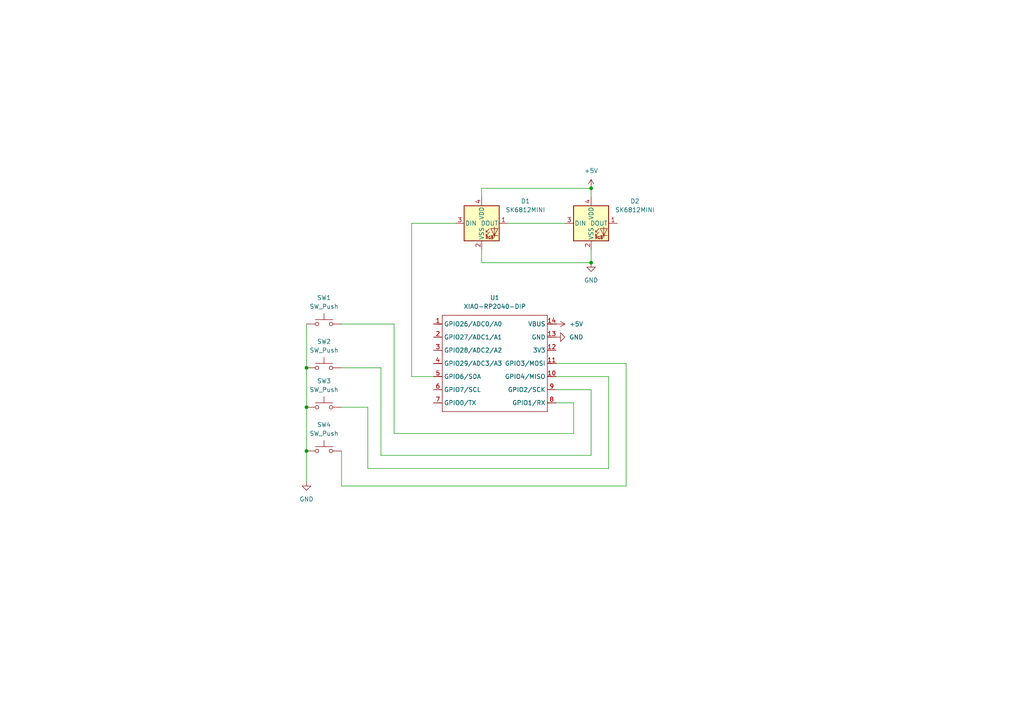
<source format=kicad_sch>
(kicad_sch
	(version 20250114)
	(generator "eeschema")
	(generator_version "9.0")
	(uuid "06406053-f62f-4a6f-b042-48e295649e70")
	(paper "A4")
	(lib_symbols
		(symbol "LED:SK6812MINI"
			(pin_names
				(offset 0.254)
			)
			(exclude_from_sim no)
			(in_bom yes)
			(on_board yes)
			(property "Reference" "D"
				(at 5.08 5.715 0)
				(effects
					(font
						(size 1.27 1.27)
					)
					(justify right bottom)
				)
			)
			(property "Value" "SK6812MINI"
				(at 1.27 -5.715 0)
				(effects
					(font
						(size 1.27 1.27)
					)
					(justify left top)
				)
			)
			(property "Footprint" "LED_SMD:LED_SK6812MINI_PLCC4_3.5x3.5mm_P1.75mm"
				(at 1.27 -7.62 0)
				(effects
					(font
						(size 1.27 1.27)
					)
					(justify left top)
					(hide yes)
				)
			)
			(property "Datasheet" "https://cdn-shop.adafruit.com/product-files/2686/SK6812MINI_REV.01-1-2.pdf"
				(at 2.54 -9.525 0)
				(effects
					(font
						(size 1.27 1.27)
					)
					(justify left top)
					(hide yes)
				)
			)
			(property "Description" "RGB LED with integrated controller"
				(at 0 0 0)
				(effects
					(font
						(size 1.27 1.27)
					)
					(hide yes)
				)
			)
			(property "ki_keywords" "RGB LED NeoPixel Mini addressable"
				(at 0 0 0)
				(effects
					(font
						(size 1.27 1.27)
					)
					(hide yes)
				)
			)
			(property "ki_fp_filters" "LED*SK6812MINI*PLCC*3.5x3.5mm*P1.75mm*"
				(at 0 0 0)
				(effects
					(font
						(size 1.27 1.27)
					)
					(hide yes)
				)
			)
			(symbol "SK6812MINI_0_0"
				(text "RGB"
					(at 2.286 -4.191 0)
					(effects
						(font
							(size 0.762 0.762)
						)
					)
				)
			)
			(symbol "SK6812MINI_0_1"
				(polyline
					(pts
						(xy 1.27 -2.54) (xy 1.778 -2.54)
					)
					(stroke
						(width 0)
						(type default)
					)
					(fill
						(type none)
					)
				)
				(polyline
					(pts
						(xy 1.27 -3.556) (xy 1.778 -3.556)
					)
					(stroke
						(width 0)
						(type default)
					)
					(fill
						(type none)
					)
				)
				(polyline
					(pts
						(xy 2.286 -1.524) (xy 1.27 -2.54) (xy 1.27 -2.032)
					)
					(stroke
						(width 0)
						(type default)
					)
					(fill
						(type none)
					)
				)
				(polyline
					(pts
						(xy 2.286 -2.54) (xy 1.27 -3.556) (xy 1.27 -3.048)
					)
					(stroke
						(width 0)
						(type default)
					)
					(fill
						(type none)
					)
				)
				(polyline
					(pts
						(xy 3.683 -1.016) (xy 3.683 -3.556) (xy 3.683 -4.064)
					)
					(stroke
						(width 0)
						(type default)
					)
					(fill
						(type none)
					)
				)
				(polyline
					(pts
						(xy 4.699 -1.524) (xy 2.667 -1.524) (xy 3.683 -3.556) (xy 4.699 -1.524)
					)
					(stroke
						(width 0)
						(type default)
					)
					(fill
						(type none)
					)
				)
				(polyline
					(pts
						(xy 4.699 -3.556) (xy 2.667 -3.556)
					)
					(stroke
						(width 0)
						(type default)
					)
					(fill
						(type none)
					)
				)
				(rectangle
					(start 5.08 5.08)
					(end -5.08 -5.08)
					(stroke
						(width 0.254)
						(type default)
					)
					(fill
						(type background)
					)
				)
			)
			(symbol "SK6812MINI_1_1"
				(pin input line
					(at -7.62 0 0)
					(length 2.54)
					(name "DIN"
						(effects
							(font
								(size 1.27 1.27)
							)
						)
					)
					(number "3"
						(effects
							(font
								(size 1.27 1.27)
							)
						)
					)
				)
				(pin power_in line
					(at 0 7.62 270)
					(length 2.54)
					(name "VDD"
						(effects
							(font
								(size 1.27 1.27)
							)
						)
					)
					(number "4"
						(effects
							(font
								(size 1.27 1.27)
							)
						)
					)
				)
				(pin power_in line
					(at 0 -7.62 90)
					(length 2.54)
					(name "VSS"
						(effects
							(font
								(size 1.27 1.27)
							)
						)
					)
					(number "2"
						(effects
							(font
								(size 1.27 1.27)
							)
						)
					)
				)
				(pin output line
					(at 7.62 0 180)
					(length 2.54)
					(name "DOUT"
						(effects
							(font
								(size 1.27 1.27)
							)
						)
					)
					(number "1"
						(effects
							(font
								(size 1.27 1.27)
							)
						)
					)
				)
			)
			(embedded_fonts no)
		)
		(symbol "OPL:XIAO-RP2040-DIP"
			(exclude_from_sim no)
			(in_bom yes)
			(on_board yes)
			(property "Reference" "U"
				(at 0 0 0)
				(effects
					(font
						(size 1.27 1.27)
					)
				)
			)
			(property "Value" "XIAO-RP2040-DIP"
				(at 5.334 -1.778 0)
				(effects
					(font
						(size 1.27 1.27)
					)
				)
			)
			(property "Footprint" "Module:MOUDLE14P-XIAO-DIP-SMD"
				(at 14.478 -32.258 0)
				(effects
					(font
						(size 1.27 1.27)
					)
					(hide yes)
				)
			)
			(property "Datasheet" ""
				(at 0 0 0)
				(effects
					(font
						(size 1.27 1.27)
					)
					(hide yes)
				)
			)
			(property "Description" ""
				(at 0 0 0)
				(effects
					(font
						(size 1.27 1.27)
					)
					(hide yes)
				)
			)
			(symbol "XIAO-RP2040-DIP_1_0"
				(polyline
					(pts
						(xy -1.27 -2.54) (xy 29.21 -2.54)
					)
					(stroke
						(width 0.1524)
						(type solid)
					)
					(fill
						(type none)
					)
				)
				(polyline
					(pts
						(xy -1.27 -5.08) (xy -2.54 -5.08)
					)
					(stroke
						(width 0.1524)
						(type solid)
					)
					(fill
						(type none)
					)
				)
				(polyline
					(pts
						(xy -1.27 -5.08) (xy -1.27 -2.54)
					)
					(stroke
						(width 0.1524)
						(type solid)
					)
					(fill
						(type none)
					)
				)
				(polyline
					(pts
						(xy -1.27 -8.89) (xy -2.54 -8.89)
					)
					(stroke
						(width 0.1524)
						(type solid)
					)
					(fill
						(type none)
					)
				)
				(polyline
					(pts
						(xy -1.27 -8.89) (xy -1.27 -5.08)
					)
					(stroke
						(width 0.1524)
						(type solid)
					)
					(fill
						(type none)
					)
				)
				(polyline
					(pts
						(xy -1.27 -12.7) (xy -2.54 -12.7)
					)
					(stroke
						(width 0.1524)
						(type solid)
					)
					(fill
						(type none)
					)
				)
				(polyline
					(pts
						(xy -1.27 -12.7) (xy -1.27 -8.89)
					)
					(stroke
						(width 0.1524)
						(type solid)
					)
					(fill
						(type none)
					)
				)
				(polyline
					(pts
						(xy -1.27 -16.51) (xy -2.54 -16.51)
					)
					(stroke
						(width 0.1524)
						(type solid)
					)
					(fill
						(type none)
					)
				)
				(polyline
					(pts
						(xy -1.27 -16.51) (xy -1.27 -12.7)
					)
					(stroke
						(width 0.1524)
						(type solid)
					)
					(fill
						(type none)
					)
				)
				(polyline
					(pts
						(xy -1.27 -20.32) (xy -2.54 -20.32)
					)
					(stroke
						(width 0.1524)
						(type solid)
					)
					(fill
						(type none)
					)
				)
				(polyline
					(pts
						(xy -1.27 -24.13) (xy -2.54 -24.13)
					)
					(stroke
						(width 0.1524)
						(type solid)
					)
					(fill
						(type none)
					)
				)
				(polyline
					(pts
						(xy -1.27 -27.94) (xy -2.54 -27.94)
					)
					(stroke
						(width 0.1524)
						(type solid)
					)
					(fill
						(type none)
					)
				)
				(polyline
					(pts
						(xy -1.27 -30.48) (xy -1.27 -16.51)
					)
					(stroke
						(width 0.1524)
						(type solid)
					)
					(fill
						(type none)
					)
				)
				(polyline
					(pts
						(xy 29.21 -2.54) (xy 29.21 -5.08)
					)
					(stroke
						(width 0.1524)
						(type solid)
					)
					(fill
						(type none)
					)
				)
				(polyline
					(pts
						(xy 29.21 -5.08) (xy 29.21 -8.89)
					)
					(stroke
						(width 0.1524)
						(type solid)
					)
					(fill
						(type none)
					)
				)
				(polyline
					(pts
						(xy 29.21 -8.89) (xy 29.21 -12.7)
					)
					(stroke
						(width 0.1524)
						(type solid)
					)
					(fill
						(type none)
					)
				)
				(polyline
					(pts
						(xy 29.21 -12.7) (xy 29.21 -30.48)
					)
					(stroke
						(width 0.1524)
						(type solid)
					)
					(fill
						(type none)
					)
				)
				(polyline
					(pts
						(xy 29.21 -30.48) (xy -1.27 -30.48)
					)
					(stroke
						(width 0.1524)
						(type solid)
					)
					(fill
						(type none)
					)
				)
				(polyline
					(pts
						(xy 30.48 -5.08) (xy 29.21 -5.08)
					)
					(stroke
						(width 0.1524)
						(type solid)
					)
					(fill
						(type none)
					)
				)
				(polyline
					(pts
						(xy 30.48 -8.89) (xy 29.21 -8.89)
					)
					(stroke
						(width 0.1524)
						(type solid)
					)
					(fill
						(type none)
					)
				)
				(polyline
					(pts
						(xy 30.48 -12.7) (xy 29.21 -12.7)
					)
					(stroke
						(width 0.1524)
						(type solid)
					)
					(fill
						(type none)
					)
				)
				(polyline
					(pts
						(xy 30.48 -16.51) (xy 29.21 -16.51)
					)
					(stroke
						(width 0.1524)
						(type solid)
					)
					(fill
						(type none)
					)
				)
				(polyline
					(pts
						(xy 30.48 -20.32) (xy 29.21 -20.32)
					)
					(stroke
						(width 0.1524)
						(type solid)
					)
					(fill
						(type none)
					)
				)
				(polyline
					(pts
						(xy 30.48 -24.13) (xy 29.21 -24.13)
					)
					(stroke
						(width 0.1524)
						(type solid)
					)
					(fill
						(type none)
					)
				)
				(polyline
					(pts
						(xy 30.48 -27.94) (xy 29.21 -27.94)
					)
					(stroke
						(width 0.1524)
						(type solid)
					)
					(fill
						(type none)
					)
				)
				(pin passive line
					(at -3.81 -5.08 0)
					(length 2.54)
					(name "GPIO26/ADC0/A0"
						(effects
							(font
								(size 1.27 1.27)
							)
						)
					)
					(number "1"
						(effects
							(font
								(size 1.27 1.27)
							)
						)
					)
				)
				(pin passive line
					(at -3.81 -8.89 0)
					(length 2.54)
					(name "GPIO27/ADC1/A1"
						(effects
							(font
								(size 1.27 1.27)
							)
						)
					)
					(number "2"
						(effects
							(font
								(size 1.27 1.27)
							)
						)
					)
				)
				(pin passive line
					(at -3.81 -12.7 0)
					(length 2.54)
					(name "GPIO28/ADC2/A2"
						(effects
							(font
								(size 1.27 1.27)
							)
						)
					)
					(number "3"
						(effects
							(font
								(size 1.27 1.27)
							)
						)
					)
				)
				(pin passive line
					(at -3.81 -16.51 0)
					(length 2.54)
					(name "GPIO29/ADC3/A3"
						(effects
							(font
								(size 1.27 1.27)
							)
						)
					)
					(number "4"
						(effects
							(font
								(size 1.27 1.27)
							)
						)
					)
				)
				(pin passive line
					(at -3.81 -20.32 0)
					(length 2.54)
					(name "GPIO6/SDA"
						(effects
							(font
								(size 1.27 1.27)
							)
						)
					)
					(number "5"
						(effects
							(font
								(size 1.27 1.27)
							)
						)
					)
				)
				(pin passive line
					(at -3.81 -24.13 0)
					(length 2.54)
					(name "GPIO7/SCL"
						(effects
							(font
								(size 1.27 1.27)
							)
						)
					)
					(number "6"
						(effects
							(font
								(size 1.27 1.27)
							)
						)
					)
				)
				(pin passive line
					(at -3.81 -27.94 0)
					(length 2.54)
					(name "GPIO0/TX"
						(effects
							(font
								(size 1.27 1.27)
							)
						)
					)
					(number "7"
						(effects
							(font
								(size 1.27 1.27)
							)
						)
					)
				)
				(pin passive line
					(at 31.75 -5.08 180)
					(length 2.54)
					(name "VBUS"
						(effects
							(font
								(size 1.27 1.27)
							)
						)
					)
					(number "14"
						(effects
							(font
								(size 1.27 1.27)
							)
						)
					)
				)
				(pin passive line
					(at 31.75 -8.89 180)
					(length 2.54)
					(name "GND"
						(effects
							(font
								(size 1.27 1.27)
							)
						)
					)
					(number "13"
						(effects
							(font
								(size 1.27 1.27)
							)
						)
					)
				)
				(pin passive line
					(at 31.75 -12.7 180)
					(length 2.54)
					(name "3V3"
						(effects
							(font
								(size 1.27 1.27)
							)
						)
					)
					(number "12"
						(effects
							(font
								(size 1.27 1.27)
							)
						)
					)
				)
				(pin passive line
					(at 31.75 -16.51 180)
					(length 2.54)
					(name "GPIO3/MOSI"
						(effects
							(font
								(size 1.27 1.27)
							)
						)
					)
					(number "11"
						(effects
							(font
								(size 1.27 1.27)
							)
						)
					)
				)
				(pin passive line
					(at 31.75 -20.32 180)
					(length 2.54)
					(name "GPIO4/MISO"
						(effects
							(font
								(size 1.27 1.27)
							)
						)
					)
					(number "10"
						(effects
							(font
								(size 1.27 1.27)
							)
						)
					)
				)
				(pin passive line
					(at 31.75 -24.13 180)
					(length 2.54)
					(name "GPIO2/SCK"
						(effects
							(font
								(size 1.27 1.27)
							)
						)
					)
					(number "9"
						(effects
							(font
								(size 1.27 1.27)
							)
						)
					)
				)
				(pin passive line
					(at 31.75 -27.94 180)
					(length 2.54)
					(name "GPIO1/RX"
						(effects
							(font
								(size 1.27 1.27)
							)
						)
					)
					(number "8"
						(effects
							(font
								(size 1.27 1.27)
							)
						)
					)
				)
			)
			(embedded_fonts no)
		)
		(symbol "Switch:SW_Push"
			(pin_numbers
				(hide yes)
			)
			(pin_names
				(offset 1.016)
				(hide yes)
			)
			(exclude_from_sim no)
			(in_bom yes)
			(on_board yes)
			(property "Reference" "SW"
				(at 1.27 2.54 0)
				(effects
					(font
						(size 1.27 1.27)
					)
					(justify left)
				)
			)
			(property "Value" "SW_Push"
				(at 0 -1.524 0)
				(effects
					(font
						(size 1.27 1.27)
					)
				)
			)
			(property "Footprint" ""
				(at 0 5.08 0)
				(effects
					(font
						(size 1.27 1.27)
					)
					(hide yes)
				)
			)
			(property "Datasheet" "~"
				(at 0 5.08 0)
				(effects
					(font
						(size 1.27 1.27)
					)
					(hide yes)
				)
			)
			(property "Description" "Push button switch, generic, two pins"
				(at 0 0 0)
				(effects
					(font
						(size 1.27 1.27)
					)
					(hide yes)
				)
			)
			(property "ki_keywords" "switch normally-open pushbutton push-button"
				(at 0 0 0)
				(effects
					(font
						(size 1.27 1.27)
					)
					(hide yes)
				)
			)
			(symbol "SW_Push_0_1"
				(circle
					(center -2.032 0)
					(radius 0.508)
					(stroke
						(width 0)
						(type default)
					)
					(fill
						(type none)
					)
				)
				(polyline
					(pts
						(xy 0 1.27) (xy 0 3.048)
					)
					(stroke
						(width 0)
						(type default)
					)
					(fill
						(type none)
					)
				)
				(circle
					(center 2.032 0)
					(radius 0.508)
					(stroke
						(width 0)
						(type default)
					)
					(fill
						(type none)
					)
				)
				(polyline
					(pts
						(xy 2.54 1.27) (xy -2.54 1.27)
					)
					(stroke
						(width 0)
						(type default)
					)
					(fill
						(type none)
					)
				)
				(pin passive line
					(at -5.08 0 0)
					(length 2.54)
					(name "1"
						(effects
							(font
								(size 1.27 1.27)
							)
						)
					)
					(number "1"
						(effects
							(font
								(size 1.27 1.27)
							)
						)
					)
				)
				(pin passive line
					(at 5.08 0 180)
					(length 2.54)
					(name "2"
						(effects
							(font
								(size 1.27 1.27)
							)
						)
					)
					(number "2"
						(effects
							(font
								(size 1.27 1.27)
							)
						)
					)
				)
			)
			(embedded_fonts no)
		)
		(symbol "power:+5V"
			(power)
			(pin_numbers
				(hide yes)
			)
			(pin_names
				(offset 0)
				(hide yes)
			)
			(exclude_from_sim no)
			(in_bom yes)
			(on_board yes)
			(property "Reference" "#PWR"
				(at 0 -3.81 0)
				(effects
					(font
						(size 1.27 1.27)
					)
					(hide yes)
				)
			)
			(property "Value" "+5V"
				(at 0 3.556 0)
				(effects
					(font
						(size 1.27 1.27)
					)
				)
			)
			(property "Footprint" ""
				(at 0 0 0)
				(effects
					(font
						(size 1.27 1.27)
					)
					(hide yes)
				)
			)
			(property "Datasheet" ""
				(at 0 0 0)
				(effects
					(font
						(size 1.27 1.27)
					)
					(hide yes)
				)
			)
			(property "Description" "Power symbol creates a global label with name \"+5V\""
				(at 0 0 0)
				(effects
					(font
						(size 1.27 1.27)
					)
					(hide yes)
				)
			)
			(property "ki_keywords" "global power"
				(at 0 0 0)
				(effects
					(font
						(size 1.27 1.27)
					)
					(hide yes)
				)
			)
			(symbol "+5V_0_1"
				(polyline
					(pts
						(xy -0.762 1.27) (xy 0 2.54)
					)
					(stroke
						(width 0)
						(type default)
					)
					(fill
						(type none)
					)
				)
				(polyline
					(pts
						(xy 0 2.54) (xy 0.762 1.27)
					)
					(stroke
						(width 0)
						(type default)
					)
					(fill
						(type none)
					)
				)
				(polyline
					(pts
						(xy 0 0) (xy 0 2.54)
					)
					(stroke
						(width 0)
						(type default)
					)
					(fill
						(type none)
					)
				)
			)
			(symbol "+5V_1_1"
				(pin power_in line
					(at 0 0 90)
					(length 0)
					(name "~"
						(effects
							(font
								(size 1.27 1.27)
							)
						)
					)
					(number "1"
						(effects
							(font
								(size 1.27 1.27)
							)
						)
					)
				)
			)
			(embedded_fonts no)
		)
		(symbol "power:GND"
			(power)
			(pin_numbers
				(hide yes)
			)
			(pin_names
				(offset 0)
				(hide yes)
			)
			(exclude_from_sim no)
			(in_bom yes)
			(on_board yes)
			(property "Reference" "#PWR"
				(at 0 -6.35 0)
				(effects
					(font
						(size 1.27 1.27)
					)
					(hide yes)
				)
			)
			(property "Value" "GND"
				(at 0 -3.81 0)
				(effects
					(font
						(size 1.27 1.27)
					)
				)
			)
			(property "Footprint" ""
				(at 0 0 0)
				(effects
					(font
						(size 1.27 1.27)
					)
					(hide yes)
				)
			)
			(property "Datasheet" ""
				(at 0 0 0)
				(effects
					(font
						(size 1.27 1.27)
					)
					(hide yes)
				)
			)
			(property "Description" "Power symbol creates a global label with name \"GND\" , ground"
				(at 0 0 0)
				(effects
					(font
						(size 1.27 1.27)
					)
					(hide yes)
				)
			)
			(property "ki_keywords" "global power"
				(at 0 0 0)
				(effects
					(font
						(size 1.27 1.27)
					)
					(hide yes)
				)
			)
			(symbol "GND_0_1"
				(polyline
					(pts
						(xy 0 0) (xy 0 -1.27) (xy 1.27 -1.27) (xy 0 -2.54) (xy -1.27 -1.27) (xy 0 -1.27)
					)
					(stroke
						(width 0)
						(type default)
					)
					(fill
						(type none)
					)
				)
			)
			(symbol "GND_1_1"
				(pin power_in line
					(at 0 0 270)
					(length 0)
					(name "~"
						(effects
							(font
								(size 1.27 1.27)
							)
						)
					)
					(number "1"
						(effects
							(font
								(size 1.27 1.27)
							)
						)
					)
				)
			)
			(embedded_fonts no)
		)
	)
	(junction
		(at 171.45 54.61)
		(diameter 0)
		(color 0 0 0 0)
		(uuid "5bf3e4e1-1d37-4406-9e80-a9a27eec355d")
	)
	(junction
		(at 88.9 106.68)
		(diameter 0)
		(color 0 0 0 0)
		(uuid "8bd3768e-b2bf-441f-b2ef-d1c4a6390de4")
	)
	(junction
		(at 171.45 76.2)
		(diameter 0)
		(color 0 0 0 0)
		(uuid "9ad1c313-fb54-45da-8891-5418f2089c7a")
	)
	(junction
		(at 88.9 118.11)
		(diameter 0)
		(color 0 0 0 0)
		(uuid "a9844ab6-7723-40da-94f5-42d0e113d76a")
	)
	(junction
		(at 88.9 130.81)
		(diameter 0)
		(color 0 0 0 0)
		(uuid "c248f0fb-4580-4579-b6d8-cc2a75c58f03")
	)
	(wire
		(pts
			(xy 88.9 118.11) (xy 88.9 130.81)
		)
		(stroke
			(width 0)
			(type default)
		)
		(uuid "0321b0e4-0453-4ff4-92cd-42859d17e2c5")
	)
	(wire
		(pts
			(xy 139.7 54.61) (xy 171.45 54.61)
		)
		(stroke
			(width 0)
			(type default)
		)
		(uuid "0ce284ff-8bf7-4d15-aea0-17bb4f763436")
	)
	(wire
		(pts
			(xy 88.9 93.98) (xy 88.9 106.68)
		)
		(stroke
			(width 0)
			(type default)
		)
		(uuid "13bef33b-82a4-4a8f-bc62-c25a5eb7c128")
	)
	(wire
		(pts
			(xy 88.9 130.81) (xy 88.9 139.7)
		)
		(stroke
			(width 0)
			(type default)
		)
		(uuid "1410a760-a98f-440a-a951-17e6cd6f79d7")
	)
	(wire
		(pts
			(xy 147.32 64.77) (xy 163.83 64.77)
		)
		(stroke
			(width 0)
			(type default)
		)
		(uuid "144484e1-b8a2-4634-a883-876744e37166")
	)
	(wire
		(pts
			(xy 119.38 109.22) (xy 125.73 109.22)
		)
		(stroke
			(width 0)
			(type default)
		)
		(uuid "214f9777-8952-419e-a542-a06672e1eaaa")
	)
	(wire
		(pts
			(xy 119.38 64.77) (xy 119.38 109.22)
		)
		(stroke
			(width 0)
			(type default)
		)
		(uuid "4841d4a1-1984-4475-9eb9-b9c84259c776")
	)
	(wire
		(pts
			(xy 176.53 135.89) (xy 176.53 109.22)
		)
		(stroke
			(width 0)
			(type default)
		)
		(uuid "5684dc19-b07b-419b-b78f-64fe237bad91")
	)
	(wire
		(pts
			(xy 106.68 135.89) (xy 176.53 135.89)
		)
		(stroke
			(width 0)
			(type default)
		)
		(uuid "5ab5b62f-9802-4a42-8af2-2969f0c8b448")
	)
	(wire
		(pts
			(xy 166.37 116.84) (xy 161.29 116.84)
		)
		(stroke
			(width 0)
			(type default)
		)
		(uuid "5b72c838-97e0-4ac9-a35e-a636bd7cc170")
	)
	(wire
		(pts
			(xy 114.3 93.98) (xy 114.3 125.73)
		)
		(stroke
			(width 0)
			(type default)
		)
		(uuid "66df0c4b-56d9-4ac1-941c-83efdd054b62")
	)
	(wire
		(pts
			(xy 106.68 118.11) (xy 106.68 135.89)
		)
		(stroke
			(width 0)
			(type default)
		)
		(uuid "69dd9d22-1917-494f-bf78-82deb468dd62")
	)
	(wire
		(pts
			(xy 114.3 125.73) (xy 166.37 125.73)
		)
		(stroke
			(width 0)
			(type default)
		)
		(uuid "704f98ec-e13f-4f6f-89db-a25fda7c6735")
	)
	(wire
		(pts
			(xy 99.06 130.81) (xy 99.06 140.97)
		)
		(stroke
			(width 0)
			(type default)
		)
		(uuid "7a38ae2e-fc80-49f6-a557-bb8b95b03fa7")
	)
	(wire
		(pts
			(xy 176.53 109.22) (xy 161.29 109.22)
		)
		(stroke
			(width 0)
			(type default)
		)
		(uuid "807fa5cc-034a-4adb-b0b6-12c3f2aa897e")
	)
	(wire
		(pts
			(xy 161.29 113.03) (xy 171.45 113.03)
		)
		(stroke
			(width 0)
			(type default)
		)
		(uuid "8888e21e-b10a-48f2-8276-4efc903fb2d1")
	)
	(wire
		(pts
			(xy 171.45 54.61) (xy 171.45 57.15)
		)
		(stroke
			(width 0)
			(type default)
		)
		(uuid "95e81527-f080-424e-b3d3-7ec64a539fc9")
	)
	(wire
		(pts
			(xy 139.7 76.2) (xy 171.45 76.2)
		)
		(stroke
			(width 0)
			(type default)
		)
		(uuid "9d97a280-bafd-449e-8501-84b13a98a434")
	)
	(wire
		(pts
			(xy 181.61 140.97) (xy 181.61 105.41)
		)
		(stroke
			(width 0)
			(type default)
		)
		(uuid "a26015ec-de69-4351-8a61-ba693a04157b")
	)
	(wire
		(pts
			(xy 110.49 106.68) (xy 110.49 132.08)
		)
		(stroke
			(width 0)
			(type default)
		)
		(uuid "a2f7063d-bac7-4240-bd7e-dd8a9216e406")
	)
	(wire
		(pts
			(xy 132.08 64.77) (xy 119.38 64.77)
		)
		(stroke
			(width 0)
			(type default)
		)
		(uuid "a90a3f71-eda1-4c0a-b2db-242d51add560")
	)
	(wire
		(pts
			(xy 99.06 118.11) (xy 106.68 118.11)
		)
		(stroke
			(width 0)
			(type default)
		)
		(uuid "b5558fc8-8e0f-407a-8a20-931d35fdf6bb")
	)
	(wire
		(pts
			(xy 171.45 72.39) (xy 171.45 76.2)
		)
		(stroke
			(width 0)
			(type default)
		)
		(uuid "bd6f4ba8-c1af-4148-8ed6-6e392e0ebbd9")
	)
	(wire
		(pts
			(xy 99.06 140.97) (xy 181.61 140.97)
		)
		(stroke
			(width 0)
			(type default)
		)
		(uuid "bf83c3c5-d4f4-42e7-af8d-2dd1c48bd639")
	)
	(wire
		(pts
			(xy 99.06 106.68) (xy 110.49 106.68)
		)
		(stroke
			(width 0)
			(type default)
		)
		(uuid "c16b4698-0de6-4a1d-a563-9e4f64c6db59")
	)
	(wire
		(pts
			(xy 139.7 57.15) (xy 139.7 54.61)
		)
		(stroke
			(width 0)
			(type default)
		)
		(uuid "c3be18a3-5824-4b36-8ef0-d3c1b3772c9e")
	)
	(wire
		(pts
			(xy 181.61 105.41) (xy 161.29 105.41)
		)
		(stroke
			(width 0)
			(type default)
		)
		(uuid "c4243973-8a11-45d1-a036-c027a368df24")
	)
	(wire
		(pts
			(xy 110.49 132.08) (xy 171.45 132.08)
		)
		(stroke
			(width 0)
			(type default)
		)
		(uuid "ca649bbb-402d-4335-8e9b-f626de5b78a6")
	)
	(wire
		(pts
			(xy 166.37 125.73) (xy 166.37 116.84)
		)
		(stroke
			(width 0)
			(type default)
		)
		(uuid "d6baadba-c6a3-4db5-a562-8979549bbab9")
	)
	(wire
		(pts
			(xy 88.9 106.68) (xy 88.9 118.11)
		)
		(stroke
			(width 0)
			(type default)
		)
		(uuid "e34038ec-349b-441b-9964-65c20c9f8b04")
	)
	(wire
		(pts
			(xy 99.06 93.98) (xy 114.3 93.98)
		)
		(stroke
			(width 0)
			(type default)
		)
		(uuid "ea41edbb-3521-4e64-a526-de352c369226")
	)
	(wire
		(pts
			(xy 139.7 72.39) (xy 139.7 76.2)
		)
		(stroke
			(width 0)
			(type default)
		)
		(uuid "ea679ece-e47f-4923-8e3f-590d7f706187")
	)
	(wire
		(pts
			(xy 171.45 132.08) (xy 171.45 113.03)
		)
		(stroke
			(width 0)
			(type default)
		)
		(uuid "fe86f3ee-44b1-4b5e-86ca-531ef0e2d0f5")
	)
	(symbol
		(lib_id "Switch:SW_Push")
		(at 93.98 106.68 0)
		(unit 1)
		(exclude_from_sim no)
		(in_bom yes)
		(on_board yes)
		(dnp no)
		(fields_autoplaced yes)
		(uuid "0531529e-aad3-4c7b-8d07-c4fb5e8d4281")
		(property "Reference" "SW2"
			(at 93.98 99.06 0)
			(effects
				(font
					(size 1.27 1.27)
				)
			)
		)
		(property "Value" "SW_Push"
			(at 93.98 101.6 0)
			(effects
				(font
					(size 1.27 1.27)
				)
			)
		)
		(property "Footprint" "Button_Switch_Keyboard:SW_Cherry_MX_1.00u_PCB"
			(at 93.98 101.6 0)
			(effects
				(font
					(size 1.27 1.27)
				)
				(hide yes)
			)
		)
		(property "Datasheet" "~"
			(at 93.98 101.6 0)
			(effects
				(font
					(size 1.27 1.27)
				)
				(hide yes)
			)
		)
		(property "Description" "Push button switch, generic, two pins"
			(at 93.98 106.68 0)
			(effects
				(font
					(size 1.27 1.27)
				)
				(hide yes)
			)
		)
		(pin "1"
			(uuid "0d50f4d4-e0dc-4974-96d3-2f22981ffb97")
		)
		(pin "2"
			(uuid "75089610-e545-407d-896a-4f0ce1e12277")
		)
		(instances
			(project ""
				(path "/06406053-f62f-4a6f-b042-48e295649e70"
					(reference "SW2")
					(unit 1)
				)
			)
		)
	)
	(symbol
		(lib_id "power:+5V")
		(at 161.29 93.98 270)
		(unit 1)
		(exclude_from_sim no)
		(in_bom yes)
		(on_board yes)
		(dnp no)
		(fields_autoplaced yes)
		(uuid "2d42e54d-cd38-419a-8b99-7b821f7daea7")
		(property "Reference" "#PWR05"
			(at 157.48 93.98 0)
			(effects
				(font
					(size 1.27 1.27)
				)
				(hide yes)
			)
		)
		(property "Value" "+5V"
			(at 165.1 93.9799 90)
			(effects
				(font
					(size 1.27 1.27)
				)
				(justify left)
			)
		)
		(property "Footprint" ""
			(at 161.29 93.98 0)
			(effects
				(font
					(size 1.27 1.27)
				)
				(hide yes)
			)
		)
		(property "Datasheet" ""
			(at 161.29 93.98 0)
			(effects
				(font
					(size 1.27 1.27)
				)
				(hide yes)
			)
		)
		(property "Description" "Power symbol creates a global label with name \"+5V\""
			(at 161.29 93.98 0)
			(effects
				(font
					(size 1.27 1.27)
				)
				(hide yes)
			)
		)
		(pin "1"
			(uuid "f9f658ef-7394-4256-95d0-98e01238ad85")
		)
		(instances
			(project ""
				(path "/06406053-f62f-4a6f-b042-48e295649e70"
					(reference "#PWR05")
					(unit 1)
				)
			)
		)
	)
	(symbol
		(lib_id "Switch:SW_Push")
		(at 93.98 130.81 0)
		(unit 1)
		(exclude_from_sim no)
		(in_bom yes)
		(on_board yes)
		(dnp no)
		(fields_autoplaced yes)
		(uuid "4063d9e3-076d-4326-82ff-c46ea4b5d610")
		(property "Reference" "SW4"
			(at 93.98 123.19 0)
			(effects
				(font
					(size 1.27 1.27)
				)
			)
		)
		(property "Value" "SW_Push"
			(at 93.98 125.73 0)
			(effects
				(font
					(size 1.27 1.27)
				)
			)
		)
		(property "Footprint" "Button_Switch_Keyboard:SW_Cherry_MX_1.00u_PCB"
			(at 93.98 125.73 0)
			(effects
				(font
					(size 1.27 1.27)
				)
				(hide yes)
			)
		)
		(property "Datasheet" "~"
			(at 93.98 125.73 0)
			(effects
				(font
					(size 1.27 1.27)
				)
				(hide yes)
			)
		)
		(property "Description" "Push button switch, generic, two pins"
			(at 93.98 130.81 0)
			(effects
				(font
					(size 1.27 1.27)
				)
				(hide yes)
			)
		)
		(pin "1"
			(uuid "f95eba71-d11c-48fa-9437-e19fecb5149d")
		)
		(pin "2"
			(uuid "c125750a-82bf-4c9f-b4ef-3865bd0b53ad")
		)
		(instances
			(project ""
				(path "/06406053-f62f-4a6f-b042-48e295649e70"
					(reference "SW4")
					(unit 1)
				)
			)
		)
	)
	(symbol
		(lib_id "power:GND")
		(at 161.29 97.79 90)
		(unit 1)
		(exclude_from_sim no)
		(in_bom yes)
		(on_board yes)
		(dnp no)
		(fields_autoplaced yes)
		(uuid "49aa75d9-92b8-4cfc-a2c4-a0f306c46e4d")
		(property "Reference" "#PWR03"
			(at 167.64 97.79 0)
			(effects
				(font
					(size 1.27 1.27)
				)
				(hide yes)
			)
		)
		(property "Value" "GND"
			(at 165.1 97.7899 90)
			(effects
				(font
					(size 1.27 1.27)
				)
				(justify right)
			)
		)
		(property "Footprint" ""
			(at 161.29 97.79 0)
			(effects
				(font
					(size 1.27 1.27)
				)
				(hide yes)
			)
		)
		(property "Datasheet" ""
			(at 161.29 97.79 0)
			(effects
				(font
					(size 1.27 1.27)
				)
				(hide yes)
			)
		)
		(property "Description" "Power symbol creates a global label with name \"GND\" , ground"
			(at 161.29 97.79 0)
			(effects
				(font
					(size 1.27 1.27)
				)
				(hide yes)
			)
		)
		(pin "1"
			(uuid "848e2dbf-f279-4e0b-bbcb-adbf8bbf46b2")
		)
		(instances
			(project ""
				(path "/06406053-f62f-4a6f-b042-48e295649e70"
					(reference "#PWR03")
					(unit 1)
				)
			)
		)
	)
	(symbol
		(lib_id "power:GND")
		(at 171.45 76.2 0)
		(unit 1)
		(exclude_from_sim no)
		(in_bom yes)
		(on_board yes)
		(dnp no)
		(fields_autoplaced yes)
		(uuid "5f2a0cd2-83cc-4152-a2f4-b32333c65be9")
		(property "Reference" "#PWR02"
			(at 171.45 82.55 0)
			(effects
				(font
					(size 1.27 1.27)
				)
				(hide yes)
			)
		)
		(property "Value" "GND"
			(at 171.45 81.28 0)
			(effects
				(font
					(size 1.27 1.27)
				)
			)
		)
		(property "Footprint" ""
			(at 171.45 76.2 0)
			(effects
				(font
					(size 1.27 1.27)
				)
				(hide yes)
			)
		)
		(property "Datasheet" ""
			(at 171.45 76.2 0)
			(effects
				(font
					(size 1.27 1.27)
				)
				(hide yes)
			)
		)
		(property "Description" "Power symbol creates a global label with name \"GND\" , ground"
			(at 171.45 76.2 0)
			(effects
				(font
					(size 1.27 1.27)
				)
				(hide yes)
			)
		)
		(pin "1"
			(uuid "e66bed09-4dd6-42c0-b755-f2a39bc99fc5")
		)
		(instances
			(project ""
				(path "/06406053-f62f-4a6f-b042-48e295649e70"
					(reference "#PWR02")
					(unit 1)
				)
			)
		)
	)
	(symbol
		(lib_id "LED:SK6812MINI")
		(at 171.45 64.77 0)
		(unit 1)
		(exclude_from_sim no)
		(in_bom yes)
		(on_board yes)
		(dnp no)
		(fields_autoplaced yes)
		(uuid "7b59a20b-b82a-42d2-8907-b79f04ad8d2b")
		(property "Reference" "D2"
			(at 184.15 58.3498 0)
			(effects
				(font
					(size 1.27 1.27)
				)
			)
		)
		(property "Value" "SK6812MINI"
			(at 184.15 60.8898 0)
			(effects
				(font
					(size 1.27 1.27)
				)
			)
		)
		(property "Footprint" "LED_SMD:LED_SK6812MINI_PLCC4_3.5x3.5mm_P1.75mm"
			(at 172.72 72.39 0)
			(effects
				(font
					(size 1.27 1.27)
				)
				(justify left top)
				(hide yes)
			)
		)
		(property "Datasheet" "https://cdn-shop.adafruit.com/product-files/2686/SK6812MINI_REV.01-1-2.pdf"
			(at 173.99 74.295 0)
			(effects
				(font
					(size 1.27 1.27)
				)
				(justify left top)
				(hide yes)
			)
		)
		(property "Description" "RGB LED with integrated controller"
			(at 171.45 64.77 0)
			(effects
				(font
					(size 1.27 1.27)
				)
				(hide yes)
			)
		)
		(pin "3"
			(uuid "8be5d91a-ccd8-4cab-8c9f-324b8e3c3f18")
		)
		(pin "2"
			(uuid "d645a430-2444-4848-b61f-3da2c5807ec6")
		)
		(pin "1"
			(uuid "8107575d-17df-43c7-88fb-eb486cf8bb82")
		)
		(pin "4"
			(uuid "669b7f54-03df-4136-acd5-7587c3d7e778")
		)
		(instances
			(project ""
				(path "/06406053-f62f-4a6f-b042-48e295649e70"
					(reference "D2")
					(unit 1)
				)
			)
		)
	)
	(symbol
		(lib_id "power:GND")
		(at 88.9 139.7 0)
		(unit 1)
		(exclude_from_sim no)
		(in_bom yes)
		(on_board yes)
		(dnp no)
		(fields_autoplaced yes)
		(uuid "80aeb4ac-62ac-4e2a-bd0c-6b0b30929810")
		(property "Reference" "#PWR01"
			(at 88.9 146.05 0)
			(effects
				(font
					(size 1.27 1.27)
				)
				(hide yes)
			)
		)
		(property "Value" "GND"
			(at 88.9 144.78 0)
			(effects
				(font
					(size 1.27 1.27)
				)
			)
		)
		(property "Footprint" ""
			(at 88.9 139.7 0)
			(effects
				(font
					(size 1.27 1.27)
				)
				(hide yes)
			)
		)
		(property "Datasheet" ""
			(at 88.9 139.7 0)
			(effects
				(font
					(size 1.27 1.27)
				)
				(hide yes)
			)
		)
		(property "Description" "Power symbol creates a global label with name \"GND\" , ground"
			(at 88.9 139.7 0)
			(effects
				(font
					(size 1.27 1.27)
				)
				(hide yes)
			)
		)
		(pin "1"
			(uuid "17add09a-8137-4a07-854c-296d71c0dadf")
		)
		(instances
			(project ""
				(path "/06406053-f62f-4a6f-b042-48e295649e70"
					(reference "#PWR01")
					(unit 1)
				)
			)
		)
	)
	(symbol
		(lib_id "LED:SK6812MINI")
		(at 139.7 64.77 0)
		(unit 1)
		(exclude_from_sim no)
		(in_bom yes)
		(on_board yes)
		(dnp no)
		(fields_autoplaced yes)
		(uuid "b04a1603-bd8e-4064-b151-7d94f7e66acb")
		(property "Reference" "D1"
			(at 152.4 58.3498 0)
			(effects
				(font
					(size 1.27 1.27)
				)
			)
		)
		(property "Value" "SK6812MINI"
			(at 152.4 60.8898 0)
			(effects
				(font
					(size 1.27 1.27)
				)
			)
		)
		(property "Footprint" "LED_SMD:LED_SK6812MINI_PLCC4_3.5x3.5mm_P1.75mm"
			(at 140.97 72.39 0)
			(effects
				(font
					(size 1.27 1.27)
				)
				(justify left top)
				(hide yes)
			)
		)
		(property "Datasheet" "https://cdn-shop.adafruit.com/product-files/2686/SK6812MINI_REV.01-1-2.pdf"
			(at 142.24 74.295 0)
			(effects
				(font
					(size 1.27 1.27)
				)
				(justify left top)
				(hide yes)
			)
		)
		(property "Description" "RGB LED with integrated controller"
			(at 139.7 64.77 0)
			(effects
				(font
					(size 1.27 1.27)
				)
				(hide yes)
			)
		)
		(pin "2"
			(uuid "855ea1ef-cb4d-4453-bbff-674b0ea679ad")
		)
		(pin "1"
			(uuid "17b46fa0-c6b0-47dd-8c2e-ae81ad08ae81")
		)
		(pin "4"
			(uuid "adaddd9f-665a-45ed-87ac-4459d8e60acf")
		)
		(pin "3"
			(uuid "e26ee8d7-cda7-4023-89ff-b5505aa6715a")
		)
		(instances
			(project ""
				(path "/06406053-f62f-4a6f-b042-48e295649e70"
					(reference "D1")
					(unit 1)
				)
			)
		)
	)
	(symbol
		(lib_id "Switch:SW_Push")
		(at 93.98 118.11 0)
		(unit 1)
		(exclude_from_sim no)
		(in_bom yes)
		(on_board yes)
		(dnp no)
		(fields_autoplaced yes)
		(uuid "b5f07746-ce29-4091-87b9-6ea63225e1f0")
		(property "Reference" "SW3"
			(at 93.98 110.49 0)
			(effects
				(font
					(size 1.27 1.27)
				)
			)
		)
		(property "Value" "SW_Push"
			(at 93.98 113.03 0)
			(effects
				(font
					(size 1.27 1.27)
				)
			)
		)
		(property "Footprint" "Button_Switch_Keyboard:SW_Cherry_MX_1.00u_PCB"
			(at 93.98 113.03 0)
			(effects
				(font
					(size 1.27 1.27)
				)
				(hide yes)
			)
		)
		(property "Datasheet" "~"
			(at 93.98 113.03 0)
			(effects
				(font
					(size 1.27 1.27)
				)
				(hide yes)
			)
		)
		(property "Description" "Push button switch, generic, two pins"
			(at 93.98 118.11 0)
			(effects
				(font
					(size 1.27 1.27)
				)
				(hide yes)
			)
		)
		(pin "2"
			(uuid "8f9f0e82-3d9f-4bf8-b39d-d705c539b381")
		)
		(pin "1"
			(uuid "89d7a545-e32f-4fb9-ba9e-e7291641df8a")
		)
		(instances
			(project ""
				(path "/06406053-f62f-4a6f-b042-48e295649e70"
					(reference "SW3")
					(unit 1)
				)
			)
		)
	)
	(symbol
		(lib_id "Switch:SW_Push")
		(at 93.98 93.98 0)
		(unit 1)
		(exclude_from_sim no)
		(in_bom yes)
		(on_board yes)
		(dnp no)
		(fields_autoplaced yes)
		(uuid "cdd8529d-56f7-46a5-bb00-ca1297711444")
		(property "Reference" "SW1"
			(at 93.98 86.36 0)
			(effects
				(font
					(size 1.27 1.27)
				)
			)
		)
		(property "Value" "SW_Push"
			(at 93.98 88.9 0)
			(effects
				(font
					(size 1.27 1.27)
				)
			)
		)
		(property "Footprint" "Button_Switch_Keyboard:SW_Cherry_MX_1.00u_PCB"
			(at 93.98 88.9 0)
			(effects
				(font
					(size 1.27 1.27)
				)
				(hide yes)
			)
		)
		(property "Datasheet" "~"
			(at 93.98 88.9 0)
			(effects
				(font
					(size 1.27 1.27)
				)
				(hide yes)
			)
		)
		(property "Description" "Push button switch, generic, two pins"
			(at 93.98 93.98 0)
			(effects
				(font
					(size 1.27 1.27)
				)
				(hide yes)
			)
		)
		(pin "1"
			(uuid "eecaaae7-77ae-4561-b173-b1f12efaeef4")
		)
		(pin "2"
			(uuid "1a80f939-a1c5-474e-9425-afbedf22b8e7")
		)
		(instances
			(project ""
				(path "/06406053-f62f-4a6f-b042-48e295649e70"
					(reference "SW1")
					(unit 1)
				)
			)
		)
	)
	(symbol
		(lib_id "OPL:XIAO-RP2040-DIP")
		(at 129.54 88.9 0)
		(unit 1)
		(exclude_from_sim no)
		(in_bom yes)
		(on_board yes)
		(dnp no)
		(fields_autoplaced yes)
		(uuid "f831f513-285f-4a7b-bbe8-12b817494a01")
		(property "Reference" "U1"
			(at 143.51 86.36 0)
			(effects
				(font
					(size 1.27 1.27)
				)
			)
		)
		(property "Value" "XIAO-RP2040-DIP"
			(at 143.51 88.9 0)
			(effects
				(font
					(size 1.27 1.27)
				)
			)
		)
		(property "Footprint" "OPL:XIAO-RP2040-DIP"
			(at 144.018 121.158 0)
			(effects
				(font
					(size 1.27 1.27)
				)
				(hide yes)
			)
		)
		(property "Datasheet" ""
			(at 129.54 88.9 0)
			(effects
				(font
					(size 1.27 1.27)
				)
				(hide yes)
			)
		)
		(property "Description" ""
			(at 129.54 88.9 0)
			(effects
				(font
					(size 1.27 1.27)
				)
				(hide yes)
			)
		)
		(pin "8"
			(uuid "915d46d5-89c4-4cff-b5c1-69eadac86db0")
		)
		(pin "12"
			(uuid "0c87f9b3-3bd3-4a39-9512-10d90abb986f")
		)
		(pin "14"
			(uuid "11709856-0a0b-40e3-ab6a-e4c64ae56e9d")
		)
		(pin "13"
			(uuid "479c7a9e-88f8-4370-b364-bd54613bc861")
		)
		(pin "6"
			(uuid "31e9d60e-1830-4a22-bc88-03ca0d5a6c96")
		)
		(pin "10"
			(uuid "597c9686-7d6b-4e4d-9b2b-af3a6e7b3ec6")
		)
		(pin "7"
			(uuid "5c738890-c2c3-4c57-b078-e04b4293f679")
		)
		(pin "11"
			(uuid "85973fdf-40bd-42dc-afeb-3c1563d1d4a8")
		)
		(pin "9"
			(uuid "73da24a6-ca91-45fe-b2a5-c47372462bae")
		)
		(pin "3"
			(uuid "426a7df3-837e-4f49-a499-d7b3aa9b555c")
		)
		(pin "4"
			(uuid "9d6b9f6a-35ce-4d32-9ce1-c0bdb6cc78a3")
		)
		(pin "2"
			(uuid "cb90295d-17f5-41b8-94ea-21b82f83d881")
		)
		(pin "5"
			(uuid "a62dc4f5-6a5d-43b9-a2f9-ae3dfb2dc73c")
		)
		(pin "1"
			(uuid "c6bf6702-6c1b-41a1-b984-c5e21d1c4427")
		)
		(instances
			(project ""
				(path "/06406053-f62f-4a6f-b042-48e295649e70"
					(reference "U1")
					(unit 1)
				)
			)
		)
	)
	(symbol
		(lib_id "power:+5V")
		(at 171.45 54.61 0)
		(unit 1)
		(exclude_from_sim no)
		(in_bom yes)
		(on_board yes)
		(dnp no)
		(fields_autoplaced yes)
		(uuid "fa09176a-7601-4581-8d91-621abe322a27")
		(property "Reference" "#PWR04"
			(at 171.45 58.42 0)
			(effects
				(font
					(size 1.27 1.27)
				)
				(hide yes)
			)
		)
		(property "Value" "+5V"
			(at 171.45 49.53 0)
			(effects
				(font
					(size 1.27 1.27)
				)
			)
		)
		(property "Footprint" ""
			(at 171.45 54.61 0)
			(effects
				(font
					(size 1.27 1.27)
				)
				(hide yes)
			)
		)
		(property "Datasheet" ""
			(at 171.45 54.61 0)
			(effects
				(font
					(size 1.27 1.27)
				)
				(hide yes)
			)
		)
		(property "Description" "Power symbol creates a global label with name \"+5V\""
			(at 171.45 54.61 0)
			(effects
				(font
					(size 1.27 1.27)
				)
				(hide yes)
			)
		)
		(pin "1"
			(uuid "5a681b77-6e2e-4de1-bf63-bd204718b9dd")
		)
		(instances
			(project ""
				(path "/06406053-f62f-4a6f-b042-48e295649e70"
					(reference "#PWR04")
					(unit 1)
				)
			)
		)
	)
	(sheet_instances
		(path "/"
			(page "1")
		)
	)
	(embedded_fonts no)
)

</source>
